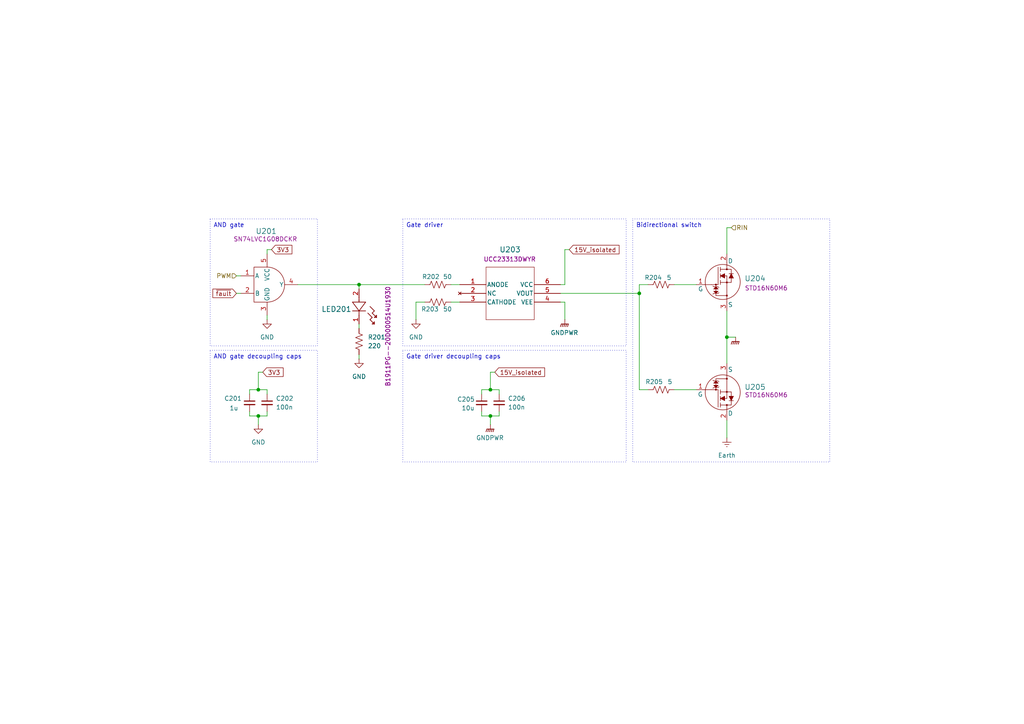
<source format=kicad_sch>
(kicad_sch (version 20231120) (generator "eeschema") (generator_version "8.0")
  (paper "A4")
  (title_block (title "Bidirectional Load Switch") (date "2024-10-29") (rev "0.2.0") (company "University of Wisconsin-Platteville") (comment 1 "Nicholas Loehrke"))
  (lib_symbols
    (symbol "Device:C_Small" (pin_numbers hide) (pin_names (offset 0.254) hide)
      (property "Reference" "C" (at 0.254 1.778 0))
      (property "Value" "C_Small" (at 0.254 -2.032 0))
      (symbol "C_Small_0_1"
        (polyline (pts (xy -1.524 -0.508) (xy 1.524 -0.508)) (stroke (width 0.3302)))
        (polyline (pts (xy -1.524 0.508) (xy 1.524 0.508)) (stroke (width 0.3048)))
      )
      (symbol "C_Small_1_1"
        (pin passive line (at 0 2.54 270) (length 2.032) (name "~") (number "1"))
        (pin passive line (at 0 -2.54 90) (length 2.032) (name "~") (number "2"))
      )
    )
    (symbol "Device:R_US" (pin_numbers hide) (pin_names (offset 0))
      (property "Reference" "R" (at 2.54 0 90))
      (property "Value" "R_US" (at -2.54 0 90))
      (symbol "R_US_0_1"
        (polyline (pts (xy 0 -2.286) (xy 0 -2.54)))
        (polyline (pts (xy 0 2.286) (xy 0 2.54)))
        (polyline (pts (xy 0 -0.762) (xy 1.016 -1.143) (xy 0 -1.524) (xy -1.016 -1.905) (xy 0 -2.286)))
        (polyline (pts (xy 0 0.762) (xy 1.016 0.381) (xy 0 0) (xy -1.016 -0.381) (xy 0 -0.762)))
        (polyline (pts (xy 0 2.286) (xy 1.016 1.905) (xy 0 1.524) (xy -1.016 1.143) (xy 0 0.762)))
      )
      (symbol "R_US_1_1"
        (pin passive line (at 0 3.81 270) (length 1.27) (name "~") (number "1"))
        (pin passive line (at 0 -3.81 90) (length 1.27) (name "~") (number "2"))
      )
    )
    (symbol "STD16N60M6_1" (pin_names (offset 0.254))
      (property "Reference" "U207" (at 11.43 -3.3022 0))
      (property "Value" "STD16N60M6" (at 11.43 -0.7622 0))
      (symbol "STD16N60M6_1_0_1"
        (polyline (pts (xy 1.905 -2.54) (xy 3.81 -2.54)))
        (polyline (pts (xy 3.81 -2.54) (xy 3.81 2.54)))
        (polyline (pts (xy 4.445 -2.54) (xy 4.445 -1.27)))
        (polyline (pts (xy 4.445 -1.905) (xy 6.35 -1.905)))
        (polyline (pts (xy 4.445 -0.635) (xy 4.445 0.635)))
        (polyline (pts (xy 4.445 1.27) (xy 4.445 2.54)))
        (polyline (pts (xy 4.445 1.905) (xy 6.35 1.905)))
        (polyline (pts (xy 5.715 0) (xy 6.35 0)))
        (polyline (pts (xy 6.35 -7.62) (xy 6.35 -5.715)))
        (polyline (pts (xy 6.35 -5.715) (xy 3.175 -5.715)))
        (polyline (pts (xy 6.35 -5.715) (xy 6.35 -1.905)))
        (polyline (pts (xy 6.35 -1.905) (xy 6.35 0)))
        (polyline (pts (xy 6.35 -1.905) (xy 7.62 -1.905)))
        (polyline (pts (xy 6.35 1.905) (xy 7.62 1.905)))
        (polyline (pts (xy 6.35 3.81) (xy 6.35 1.905)))
        (polyline (pts (xy 7.62 -1.905) (xy 7.62 -0.635)))
        (polyline (pts (xy 7.62 0.635) (xy 7.62 1.905)))
        (polyline (pts (xy 8.255 0.635) (xy 6.985 0.635)))
        (polyline (pts (xy 2.54 -4.445) (xy 3.175 -5.08) (xy 3.81 -4.445)) (fill (type outline)))
        (polyline (pts (xy 3.81 -3.81) (xy 3.175 -3.175) (xy 2.54 -3.81)) (fill (type outline)))
        (polyline (pts (xy 5.715 0.635) (xy 4.445 0) (xy 5.715 -0.635)) (fill (type outline)))
        (polyline (pts (xy 8.255 -0.635) (xy 7.62 0.635) (xy 6.985 -0.635)) (fill (type outline)))
        (circle (center 3.175 -2.54) (radius 0.0254))
        (circle (center 3.175 -2.54) (radius 0.1898) (fill (type outline)))
        (circle (center 5.1477 -1.7729) (radius 5.08))
        (circle (center 6.35 -5.715) (radius 0.1898) (fill (type outline)))
        (circle (center 6.35 -1.905) (radius 0.0254))
        (circle (center 6.35 -1.905) (radius 0.1898) (fill (type outline)))
        (circle (center 6.35 1.905) (radius 0.0254))
        (circle (center 6.35 1.905) (radius 0.1898) (fill (type outline)))
      )
      (symbol "STD16N60M6_1_1_1"
        (polyline (pts (xy 1.905 -2.54) (xy 0 -2.54)))
        (polyline (pts (xy 2.54 -4.445) (xy 3.81 -4.445)) (fill (type outline)))
        (polyline (pts (xy 3.175 -5.08) (xy 3.175 -5.715)))
        (polyline (pts (xy 3.175 -3.81) (xy 3.175 -4.445)))
        (polyline (pts (xy 3.175 -3.175) (xy 3.175 -2.54)))
        (polyline (pts (xy 3.81 -3.81) (xy 2.54 -3.81)) (fill (type outline)))
        (polyline (pts (xy 5.715 0.635) (xy 5.715 -0.635)) (fill (type outline)))
        (polyline (pts (xy 8.255 -0.635) (xy 6.985 -0.635)) (fill (type outline)))
        (polyline (pts (xy 3.175 -5.08) (xy 2.54 -5.08) (xy 2.2964 -5.313)))
        (polyline (pts (xy 3.175 -5.08) (xy 3.81 -5.08) (xy 4.0536 -4.847)))
        (polyline (pts (xy 3.175 -3.175) (xy 2.54 -3.175) (xy 2.2964 -2.942)))
        (polyline (pts (xy 3.175 -3.175) (xy 3.81 -3.175) (xy 4.0536 -3.408)))
        (text "D" (at 7.366 4.318 0) (effects (font (size 1.27 1.27))))
        (text "G" (at -1.3562 -1.1897 0) (effects (font (size 1.27 1.27))))
        (text "S" (at 7.366 -8.382 0) (effects (font (size 1.27 1.27))))
        (pin input line (at -2.54 -2.54 0) (length 2.54) (name "") (number "1"))
        (pin passive line (at 6.35 6.35 270) (length 2.54) (name "") (number "2"))
        (pin passive line (at 6.35 -10.16 90) (length 2.54) (name "") (number "3"))
      )
    )
    (symbol "and_gate_SN74LVC1G08DCKR:SN74LVC1G08DCKR" (pin_names (offset 0.254))
      (property "Reference" "U" (at 5.08 6.604 0))
      (property "Value" "SN74LVC1G08DCKR" (at 15.24 4.318 0))
      (symbol "SN74LVC1G08DCKR_0_1"
        (arc (start 0 -5.08) (mid 5.08 0) (end 0 5.08))
        (polyline (pts (xy 0 5.08) (xy -3.81 5.08) (xy -3.81 -5.08) (xy 0 -5.08)))
        (pin input line (at -7.62 2.54 0) (length 3.81) (name "A") (number "1"))
        (pin input line (at -7.62 -2.54 0) (length 3.81) (name "B") (number "2"))
        (pin power_in line (at 0 -8.89 90) (length 3.81) (name "GND") (number "3"))
        (pin output line (at 8.89 0 180) (length 3.81) (name "Y") (number "4"))
        (pin power_in line (at 0 8.89 270) (length 3.81) (name "VCC") (number "5"))
      )
    )
    (symbol "gate_driver_UCC23313DWYR:UCC23313DWYR" (pin_names (offset 0.254))
      (property "Reference" "U" (at 22.86 10.16 0))
      (property "Value" "UCC23313DWYR" (at 22.86 7.62 0))
      (symbol "UCC23313DWYR_0_1"
        (polyline (pts (xy 7.62 -10.16) (xy 21.59 -10.16)) (stroke (width 0.127)))
        (polyline (pts (xy 7.62 5.08) (xy 7.62 -10.16)) (stroke (width 0.127)))
        (polyline (pts (xy 21.59 -10.16) (xy 21.59 5.08)) (stroke (width 0.127)))
        (polyline (pts (xy 21.59 5.08) (xy 7.62 5.08)) (stroke (width 0.127)))
        (pin input line (at 0 0 0) (length 7.62) (name "ANODE") (number "1"))
        (pin no_connect line (at 0 -2.54 0) (length 7.62) (name "NC") (number "2"))
        (pin input line (at 0 -5.08 0) (length 7.62) (name "CATHODE") (number "3"))
        (pin power_in line (at 29.21 -5.08 180) (length 7.62) (name "VEE") (number "4"))
        (pin bidirectional line (at 29.21 -2.54 180) (length 7.62) (name "VOUT") (number "5"))
        (pin power_in line (at 29.21 0 180) (length 7.62) (name "VCC") (number "6"))
      )
    )
    (symbol "led_B1911PG--20D000514U1930:B1911PG--20D000514U1930" (pin_names (offset 0.254))
      (property "Reference" "LED" (at 5.08 -4.445 0))
      (property "Value" "B1911PG--20D000514U1930" (at 5.08 -7.62 0))
      (symbol "B1911PG--20D000514U1930_1_1"
        (polyline (pts (xy 2.54 0) (xy 3.4798 0)) (stroke (width 0.2032)))
        (polyline (pts (xy 3.175 0) (xy 3.81 0)) (stroke (width 0.2032)))
        (polyline (pts (xy 3.81 -1.905) (xy 6.35 0)) (stroke (width 0.2032)))
        (polyline (pts (xy 3.81 1.905) (xy 3.81 -1.905)) (stroke (width 0.2032)))
        (polyline (pts (xy 5.08 3.175) (xy 6.35 4.445)) (stroke (width 0.2032)))
        (polyline (pts (xy 6.35 -1.905) (xy 6.35 1.905)) (stroke (width 0.2032)))
        (polyline (pts (xy 6.35 0) (xy 3.81 1.905)) (stroke (width 0.2032)))
        (polyline (pts (xy 6.35 0) (xy 7.62 0)) (stroke (width 0.2032)))
        (polyline (pts (xy 6.35 4.445) (xy 6.985 3.81)) (stroke (width 0.2032)))
        (polyline (pts (xy 6.985 2.54) (xy 8.255 3.81)) (stroke (width 0.2032)))
        (polyline (pts (xy 6.985 3.81) (xy 8.255 5.08)) (stroke (width 0.2032)))
        (polyline (pts (xy 7.62 5.08) (xy 8.255 4.445)) (stroke (width 0.2032)))
        (polyline (pts (xy 8.255 3.81) (xy 8.89 3.175)) (stroke (width 0.2032)))
        (polyline (pts (xy 8.255 4.445) (xy 8.255 5.08)) (stroke (width 0.2032)))
        (polyline (pts (xy 8.255 5.08) (xy 7.62 5.08)) (stroke (width 0.2032)))
        (polyline (pts (xy 8.89 3.175) (xy 10.16 4.445)) (stroke (width 0.2032)))
        (polyline (pts (xy 9.525 4.445) (xy 10.16 3.81)) (stroke (width 0.2032)))
        (polyline (pts (xy 10.16 3.81) (xy 10.16 4.445)) (stroke (width 0.2032)))
        (polyline (pts (xy 10.16 4.445) (xy 9.525 4.445)) (stroke (width 0.2032)))
        (pin unspecified line (at 10.16 0 180) (length 2.54) (name "") (number "1"))
        (pin unspecified line (at 0 0 0) (length 2.54) (name "") (number "2"))
      )
      (symbol "B1911PG--20D000514U1930_1_2"
        (polyline (pts (xy -5.08 7.62) (xy -4.445 8.255)) (stroke (width 0.2032)))
        (polyline (pts (xy -5.08 8.255) (xy -5.08 7.62)) (stroke (width 0.2032)))
        (polyline (pts (xy -4.445 6.35) (xy -3.81 6.985)) (stroke (width 0.2032)))
        (polyline (pts (xy -4.445 8.255) (xy -5.08 8.255)) (stroke (width 0.2032)))
        (polyline (pts (xy -4.445 9.525) (xy -3.81 10.16)) (stroke (width 0.2032)))
        (polyline (pts (xy -4.445 10.16) (xy -4.445 9.525)) (stroke (width 0.2032)))
        (polyline (pts (xy -3.81 6.985) (xy -5.08 8.255)) (stroke (width 0.2032)))
        (polyline (pts (xy -3.81 8.255) (xy -3.175 8.89)) (stroke (width 0.2032)))
        (polyline (pts (xy -3.81 10.16) (xy -4.445 10.16)) (stroke (width 0.2032)))
        (polyline (pts (xy -3.175 5.08) (xy -4.445 6.35)) (stroke (width 0.2032)))
        (polyline (pts (xy -3.175 8.89) (xy -4.445 10.16)) (stroke (width 0.2032)))
        (polyline (pts (xy -2.54 6.985) (xy -3.81 8.255)) (stroke (width 0.2032)))
        (polyline (pts (xy -1.905 3.81) (xy 1.905 3.81)) (stroke (width 0.2032)))
        (polyline (pts (xy 0 2.54) (xy 0 3.4798)) (stroke (width 0.2032)))
        (polyline (pts (xy 0 3.175) (xy 0 3.81)) (stroke (width 0.2032)))
        (polyline (pts (xy 0 6.35) (xy -1.905 3.81)) (stroke (width 0.2032)))
        (polyline (pts (xy 0 6.35) (xy 0 7.62)) (stroke (width 0.2032)))
        (polyline (pts (xy 1.905 3.81) (xy 0 6.35)) (stroke (width 0.2032)))
        (polyline (pts (xy 1.905 6.35) (xy -1.905 6.35)) (stroke (width 0.2032)))
        (pin unspecified line (at 0 10.16 270) (length 2.54) (name "") (number "1"))
        (pin unspecified line (at 0 0 90) (length 2.54) (name "") (number "2"))
      )
    )
    (symbol "mosfet_STD16N60M6:STD16N60M6" (pin_names (offset 0.254))
      (property "Reference" "U" (at 13.716 17.78 0))
      (property "Value" "STD16N60M6" (at 13.716 15.24 0))
      (symbol "STD16N60M6_0_1"
        (polyline (pts (xy 1.905 -2.54) (xy 3.81 -2.54)))
        (polyline (pts (xy 3.81 -2.54) (xy 3.81 2.54)))
        (polyline (pts (xy 4.445 -2.54) (xy 4.445 -1.27)))
        (polyline (pts (xy 4.445 -1.905) (xy 6.35 -1.905)))
        (polyline (pts (xy 4.445 -0.635) (xy 4.445 0.635)))
        (polyline (pts (xy 4.445 1.27) (xy 4.445 2.54)))
        (polyline (pts (xy 4.445 1.905) (xy 6.35 1.905)))
        (polyline (pts (xy 5.715 0) (xy 6.35 0)))
        (polyline (pts (xy 6.35 -7.62) (xy 6.35 -5.715)))
        (polyline (pts (xy 6.35 -5.715) (xy 3.175 -5.715)))
        (polyline (pts (xy 6.35 -5.715) (xy 6.35 -1.905)))
        (polyline (pts (xy 6.35 -1.905) (xy 6.35 0)))
        (polyline (pts (xy 6.35 -1.905) (xy 7.62 -1.905)))
        (polyline (pts (xy 6.35 1.905) (xy 7.62 1.905)))
        (polyline (pts (xy 6.35 3.81) (xy 6.35 1.905)))
        (polyline (pts (xy 7.62 -1.905) (xy 7.62 -0.635)))
        (polyline (pts (xy 7.62 0.635) (xy 7.62 1.905)))
        (polyline (pts (xy 8.255 0.635) (xy 6.985 0.635)))
        (polyline (pts (xy 2.54 -4.445) (xy 3.175 -5.08) (xy 3.81 -4.445)) (fill (type outline)))
        (polyline (pts (xy 3.81 -3.81) (xy 3.175 -3.175) (xy 2.54 -3.81)) (fill (type outline)))
        (polyline (pts (xy 5.715 0.635) (xy 4.445 0) (xy 5.715 -0.635)) (fill (type outline)))
        (polyline (pts (xy 8.255 -0.635) (xy 7.62 0.635) (xy 6.985 -0.635)) (fill (type outline)))
        (circle (center 3.175 -2.54) (radius 0.0254))
        (circle (center 3.175 -2.54) (radius 0.1898) (fill (type outline)))
        (circle (center 5.1477 -1.7729) (radius 5.08))
        (circle (center 6.35 -5.715) (radius 0.1898) (fill (type outline)))
        (circle (center 6.35 -1.905) (radius 0.0254))
        (circle (center 6.35 -1.905) (radius 0.1898) (fill (type outline)))
        (circle (center 6.35 1.905) (radius 0.0254))
        (circle (center 6.35 1.905) (radius 0.1898) (fill (type outline)))
      )
      (symbol "STD16N60M6_1_1"
        (polyline (pts (xy 1.905 -2.54) (xy 0 -2.54)))
        (polyline (pts (xy 2.54 -4.445) (xy 3.81 -4.445)) (fill (type outline)))
        (polyline (pts (xy 3.175 -5.08) (xy 3.175 -5.715)))
        (polyline (pts (xy 3.175 -3.81) (xy 3.175 -4.445)))
        (polyline (pts (xy 3.175 -3.175) (xy 3.175 -2.54)))
        (polyline (pts (xy 3.81 -3.81) (xy 2.54 -3.81)) (fill (type outline)))
        (polyline (pts (xy 5.715 0.635) (xy 5.715 -0.635)) (fill (type outline)))
        (polyline (pts (xy 8.255 -0.635) (xy 6.985 -0.635)) (fill (type outline)))
        (polyline (pts (xy 3.175 -5.08) (xy 2.54 -5.08) (xy 2.2964 -5.313)))
        (polyline (pts (xy 3.175 -5.08) (xy 3.81 -5.08) (xy 4.0536 -4.847)))
        (polyline (pts (xy 3.175 -3.175) (xy 2.54 -3.175) (xy 2.2964 -2.942)))
        (polyline (pts (xy 3.175 -3.175) (xy 3.81 -3.175) (xy 4.0536 -3.408)))
        (text "D" (at 7.366 4.318 0) (effects (font (size 1.27 1.27))))
        (text "G" (at -1.27 -3.81 0) (effects (font (size 1.27 1.27))))
        (text "S" (at 7.366 -8.382 0) (effects (font (size 1.27 1.27))))
        (pin input line (at -2.54 -2.54 0) (length 2.54) (name "") (number "1"))
        (pin passive line (at 6.35 6.35 270) (length 2.54) (name "") (number "2"))
        (pin passive line (at 6.35 -10.16 90) (length 2.54) (name "") (number "3"))
      )
    )
    (symbol "power:Earth" (power) (pin_numbers hide) (pin_names (offset 0) hide)
      (property "Value" "Earth" (at 0 -3.81 0))
      (symbol "Earth_0_1"
        (polyline (pts (xy -0.635 -1.905) (xy 0.635 -1.905)))
        (polyline (pts (xy -0.127 -2.54) (xy 0.127 -2.54)))
        (polyline (pts (xy 0 -1.27) (xy 0 0)))
        (polyline (pts (xy 1.27 -1.27) (xy -1.27 -1.27)))
      )
      (symbol "Earth_1_1"
        (pin power_in line (at 0 0 270) (length 0) (name "~") (number "1"))
      )
    )
    (symbol "power:GND" (power) (pin_numbers hide) (pin_names (offset 0) hide)
      (property "Value" "GND" (at 0 -3.81 0))
      (symbol "GND_0_1"
        (polyline (pts (xy 0 0) (xy 0 -1.27) (xy 1.27 -1.27) (xy 0 -2.54) (xy -1.27 -1.27) (xy 0 -1.27)))
      )
      (symbol "GND_1_1"
        (pin power_in line (at 0 0 270) (length 0) (name "~") (number "1"))
      )
    )
    (symbol "power:GNDPWR" (power) (pin_numbers hide) (pin_names (offset 0) hide)
      (property "Value" "GNDPWR" (at 0 -3.302 0))
      (symbol "GNDPWR_0_1"
        (polyline (pts (xy 0 -1.27) (xy 0 0)))
        (polyline (pts (xy -1.016 -1.27) (xy -1.27 -2.032) (xy -1.27 -2.032)) (stroke (width 0.2032)))
        (polyline (pts (xy -0.508 -1.27) (xy -0.762 -2.032) (xy -0.762 -2.032)) (stroke (width 0.2032)))
        (polyline (pts (xy 0 -1.27) (xy -0.254 -2.032) (xy -0.254 -2.032)) (stroke (width 0.2032)))
        (polyline (pts (xy 0.508 -1.27) (xy 0.254 -2.032) (xy 0.254 -2.032)) (stroke (width 0.2032)))
        (polyline (pts (xy 1.016 -1.27) (xy -1.016 -1.27) (xy -1.016 -1.27)) (stroke (width 0.2032)))
        (polyline (pts (xy 1.016 -1.27) (xy 0.762 -2.032) (xy 0.762 -2.032) (xy 0.762 -2.032)) (stroke (width 0.2032)))
      )
      (symbol "GNDPWR_1_1"
        (pin power_in line (at 0 0 270) (length 0) (name "~") (number "1"))
      )
    )
  )
  (junction (at 185.42 85.09))
  (junction (at 104.14 82.55))
  (junction (at 142.24 113.03))
  (junction (at 210.82 97.79))
  (junction (at 74.93 113.03))
  (junction (at 74.93 120.65))
  (junction (at 142.24 120.65))
  (wire (pts (xy 72.39 114.3) (xy 72.39 113.03)))
  (wire (pts (xy 163.83 72.39) (xy 163.83 82.55)))
  (wire (pts (xy 210.82 121.92) (xy 210.82 127)))
  (wire (pts (xy 78.74 72.39) (xy 77.47 72.39)))
  (wire (pts (xy 162.56 85.09) (xy 185.42 85.09)))
  (wire (pts (xy 187.96 82.55) (xy 185.42 82.55)))
  (wire (pts (xy 210.82 66.04) (xy 210.82 73.66)))
  (wire (pts (xy 185.42 113.03) (xy 187.96 113.03)))
  (wire (pts (xy 139.7 114.3) (xy 139.7 113.03)))
  (wire (pts (xy 77.47 72.39) (xy 77.47 73.66)))
  (wire (pts (xy 74.93 107.95) (xy 74.93 113.03)))
  (wire (pts (xy 185.42 85.09) (xy 185.42 113.03)))
  (wire (pts (xy 142.24 113.03) (xy 144.78 113.03)))
  (wire (pts (xy 212.09 66.04) (xy 210.82 66.04)))
  (wire (pts (xy 104.14 82.55) (xy 123.19 82.55)))
  (wire (pts (xy 74.93 113.03) (xy 77.47 113.03)))
  (wire (pts (xy 163.83 87.63) (xy 163.83 92.71)))
  (wire (pts (xy 86.36 82.55) (xy 104.14 82.55)))
  (wire (pts (xy 104.14 82.55) (xy 104.14 83.82)))
  (wire (pts (xy 130.81 87.63) (xy 133.35 87.63)))
  (wire (pts (xy 74.93 120.65) (xy 74.93 123.19)))
  (wire (pts (xy 195.58 82.55) (xy 201.93 82.55)))
  (wire (pts (xy 104.14 102.87) (xy 104.14 104.14)))
  (wire (pts (xy 120.65 87.63) (xy 123.19 87.63)))
  (wire (pts (xy 142.24 120.65) (xy 144.78 120.65)))
  (wire (pts (xy 139.7 113.03) (xy 142.24 113.03)))
  (wire (pts (xy 142.24 107.95) (xy 142.24 113.03)))
  (wire (pts (xy 77.47 120.65) (xy 77.47 119.38)))
  (wire (pts (xy 165.1 72.39) (xy 163.83 72.39)))
  (wire (pts (xy 139.7 120.65) (xy 142.24 120.65)))
  (wire (pts (xy 68.58 80.01) (xy 69.85 80.01)))
  (wire (pts (xy 77.47 91.44) (xy 77.47 92.71)))
  (wire (pts (xy 163.83 87.63) (xy 162.56 87.63)))
  (wire (pts (xy 104.14 93.98) (xy 104.14 95.25)))
  (wire (pts (xy 142.24 120.65) (xy 142.24 123.19)))
  (wire (pts (xy 143.51 107.95) (xy 142.24 107.95)))
  (wire (pts (xy 163.83 82.55) (xy 162.56 82.55)))
  (wire (pts (xy 185.42 82.55) (xy 185.42 85.09)))
  (wire (pts (xy 68.58 85.09) (xy 69.85 85.09)))
  (wire (pts (xy 139.7 119.38) (xy 139.7 120.65)))
  (wire (pts (xy 74.93 120.65) (xy 77.47 120.65)))
  (wire (pts (xy 144.78 113.03) (xy 144.78 114.3)))
  (wire (pts (xy 144.78 120.65) (xy 144.78 119.38)))
  (wire (pts (xy 210.82 97.79) (xy 210.82 105.41)))
  (wire (pts (xy 120.65 87.63) (xy 120.65 92.71)))
  (wire (pts (xy 210.82 97.79) (xy 213.36 97.79)))
  (wire (pts (xy 72.39 119.38) (xy 72.39 120.65)))
  (wire (pts (xy 210.82 90.17) (xy 210.82 97.79)))
  (wire (pts (xy 76.2 107.95) (xy 74.93 107.95)))
  (wire (pts (xy 72.39 120.65) (xy 74.93 120.65)))
  (wire (pts (xy 195.58 113.03) (xy 201.93 113.03)))
  (wire (pts (xy 72.39 113.03) (xy 74.93 113.03)))
  (wire (pts (xy 130.81 82.55) (xy 133.35 82.55)))
  (wire (pts (xy 77.47 113.03) (xy 77.47 114.3)))
  (text_box "Gate driver" (at 116.84 63.5 0) (size 64.77 36.83) (stroke (width 0) (type dot)) (effects (font (size 1.27 1.27)) (justify left top)))
  (text_box "Bidirectional switch" (at 183.515 63.5 0) (size 57.15 70.485) (stroke (width 0) (type dot)) (effects (font (size 1.27 1.27)) (justify left top)))
  (text_box "Gate driver decoupling caps" (at 116.84 101.6 0) (size 64.77 32.385) (stroke (width 0) (type dot)) (effects (font (size 1.27 1.27)) (justify left top)))
  (text_box "AND gate decoupling caps" (at 60.96 101.6 0) (size 31.115 32.385) (stroke (width 0) (type dot)) (effects (font (size 1.27 1.27)) (justify left top)))
  (text_box "AND gate" (at 60.96 63.5 0) (size 31.115 36.83) (stroke (width 0) (type dot)) (effects (font (size 1.27 1.27)) (justify left top)))
  (global_label "3V3" (shape input) (at 76.2 107.95 0) (property "Intersheetrefs" "${INTERSHEET_REFS}" (effects (hide yes))))
  (global_label "15V_isolated" (shape input) (at 165.1 72.39 0) (property "Intersheetrefs" "${INTERSHEET_REFS}" (effects (hide yes))))
  (global_label "~{fault}" (shape input) (at 68.58 85.09 180) (property "Intersheetrefs" "${INTERSHEET_REFS}" (effects (hide yes))))
  (global_label "15V_isolated" (shape input) (at 143.51 107.95 0) (property "Intersheetrefs" "${INTERSHEET_REFS}" (effects (hide yes))))
  (global_label "3V3" (shape input) (at 78.74 72.39 0) (property "Intersheetrefs" "${INTERSHEET_REFS}" (effects (hide yes))))
  (hierarchical_label "PWM" (shape input) (at 68.58 80.01 180))
  (hierarchical_label "RIN" (shape input) (at 212.09 66.04 0))
  (symbol (lib_id "power:Earth") (at 210.82 127 0) (unit 1)
    (property "Reference" "#PWR0208" (effects (hide yes)))
    (property "Value" "Earth" (at 210.82 132.08 0))
    (property "Description" "Power symbol creates a global label with name \"Earth\"" (effects (hide yes)))
    (instances (project "bidirectional_load_switch" (path "" (reference "#PWR0208") (unit 1)) (path "" (reference "#PWR0808") (unit 1)) (path "" (reference "#PWR0908") (unit 1)) (path "" (reference "#PWR0508") (unit 1)) (path "" (reference "#PWR0608") (unit 1)) (path "" (reference "#PWR0708") (unit 1)) (path "" (reference "#PWR0408") (unit 1)) (path "" (reference "#PWR0308") (unit 1))))
  )
  (symbol (lib_id "Device:C_Small") (at 144.78 116.84 0) (unit 1)
    (property "Reference" "C206" (at 147.32 115.5762 0) (effects (justify left)))
    (property "Value" "100n" (at 147.32 118.1162 0) (effects (justify left)))
    (property "Footprint" "Capacitor_SMD:C_0603_1608Metric" (effects (hide yes)))
    (property "Description" "Unpolarized capacitor, small symbol" (effects (hide yes)))
    (instances (project "bidirectional_load_switch" (path "" (reference "C206") (unit 1)) (path "" (reference "C806") (unit 1)) (path "" (reference "C906") (unit 1)) (path "" (reference "C506") (unit 1)) (path "" (reference "C606") (unit 1)) (path "" (reference "C706") (unit 1)) (path "" (reference "C406") (unit 1)) (path "" (reference "C306") (unit 1))))
  )
  (symbol (lib_id "Device:R_US") (at 104.14 99.06 0) (unit 1)
    (property "Reference" "R201" (at 106.68 97.7899 0) (effects (justify left)))
    (property "Value" "220" (at 106.68 100.3299 0) (effects (justify left)))
    (property "Footprint" "Resistor_SMD:R_0603_1608Metric" (effects (hide yes)))
    (property "Description" "Resistor, US symbol" (effects (hide yes)))
    (instances (project "" (path "" (reference "R201") (unit 1)) (path "" (reference "R801") (unit 1)) (path "" (reference "R901") (unit 1)) (path "" (reference "R501") (unit 1)) (path "" (reference "R601") (unit 1)) (path "" (reference "R701") (unit 1)) (path "" (reference "R401") (unit 1)) (path "" (reference "R301") (unit 1))))
  )
  (symbol (lib_id "power:GND") (at 74.93 123.19 0) (unit 1)
    (property "Reference" "#PWR0201" (effects (hide yes)))
    (property "Value" "GND" (at 74.93 128.27 0))
    (property "Description" "Power symbol creates a global label with name \"GND\" , ground" (effects (hide yes)))
    (instances (project "bidirectional_load_switch" (path "" (reference "#PWR0201") (unit 1)) (path "" (reference "#PWR0801") (unit 1)) (path "" (reference "#PWR0901") (unit 1)) (path "" (reference "#PWR0501") (unit 1)) (path "" (reference "#PWR0601") (unit 1)) (path "" (reference "#PWR0701") (unit 1)) (path "" (reference "#PWR0401") (unit 1)) (path "" (reference "#PWR0301") (unit 1))))
  )
  (symbol (lib_id "power:GND") (at 77.47 92.71 0) (unit 1)
    (property "Reference" "#PWR0202" (effects (hide yes)))
    (property "Value" "GND" (at 77.47 97.79 0))
    (property "Description" "Power symbol creates a global label with name \"GND\" , ground" (effects (hide yes)))
    (instances (project "bidirectional_load_switch" (path "" (reference "#PWR0202") (unit 1)) (path "" (reference "#PWR0802") (unit 1)) (path "" (reference "#PWR0902") (unit 1)) (path "" (reference "#PWR0502") (unit 1)) (path "" (reference "#PWR0602") (unit 1)) (path "" (reference "#PWR0702") (unit 1)) (path "" (reference "#PWR0402") (unit 1)) (path "" (reference "#PWR0302") (unit 1))))
  )
  (symbol (lib_id "power:GNDPWR") (at 213.36 97.79 0) (unit 1)
    (property "Reference" "#PWR0209" (effects (hide yes)))
    (property "Value" "GNDPWR" (effects (hide yes)))
    (property "Description" "Power symbol creates a global label with name \"GNDPWR\" , global ground" (effects (hide yes)))
    (instances (project "bidirectional_load_switch" (path "" (reference "#PWR0209") (unit 1)) (path "" (reference "#PWR0809") (unit 1)) (path "" (reference "#PWR0909") (unit 1)) (path "" (reference "#PWR0509") (unit 1)) (path "" (reference "#PWR0609") (unit 1)) (path "" (reference "#PWR0709") (unit 1)) (path "" (reference "#PWR0409") (unit 1)) (path "" (reference "#PWR0309") (unit 1))))
  )
  (symbol (lib_id "power:GNDPWR") (at 142.24 123.19 0) (unit 1)
    (property "Reference" "#PWR0206" (effects (hide yes)))
    (property "Value" "GNDPWR" (at 142.113 127 0))
    (property "Description" "Power symbol creates a global label with name \"GNDPWR\" , global ground" (effects (hide yes)))
    (instances (project "bidirectional_load_switch" (path "" (reference "#PWR0206") (unit 1)) (path "" (reference "#PWR0806") (unit 1)) (path "" (reference "#PWR0906") (unit 1)) (path "" (reference "#PWR0506") (unit 1)) (path "" (reference "#PWR0606") (unit 1)) (path "" (reference "#PWR0706") (unit 1)) (path "" (reference "#PWR0406") (unit 1)) (path "" (reference "#PWR0306") (unit 1))))
  )
  (symbol (lib_id "Device:C_Small") (at 77.47 116.84 0) (unit 1)
    (property "Reference" "C202" (at 80.01 115.5762 0) (effects (justify left)))
    (property "Value" "100n" (at 80.01 118.1162 0) (effects (justify left)))
    (property "Footprint" "Capacitor_SMD:C_0603_1608Metric" (effects (hide yes)))
    (property "Description" "Unpolarized capacitor, small symbol" (effects (hide yes)))
    (instances (project "bidirectional_load_switch" (path "" (reference "C202") (unit 1)) (path "" (reference "C802") (unit 1)) (path "" (reference "C902") (unit 1)) (path "" (reference "C502") (unit 1)) (path "" (reference "C602") (unit 1)) (path "" (reference "C702") (unit 1)) (path "" (reference "C402") (unit 1)) (path "" (reference "C302") (unit 1))))
  )
  (symbol (lib_id "Device:C_Small") (at 139.7 116.84 0) (unit 1)
    (property "Reference" "C205" (at 132.588 115.824 0) (effects (justify left)))
    (property "Value" "10u" (at 133.858 118.364 0) (effects (justify left)))
    (property "Footprint" "Capacitor_SMD:C_1206_3216Metric" (effects (hide yes)))
    (property "Description" "Unpolarized capacitor, small symbol" (effects (hide yes)))
    (instances (project "bidirectional_load_switch" (path "" (reference "C205") (unit 1)) (path "" (reference "C805") (unit 1)) (path "" (reference "C905") (unit 1)) (path "" (reference "C505") (unit 1)) (path "" (reference "C605") (unit 1)) (path "" (reference "C705") (unit 1)) (path "" (reference "C405") (unit 1)) (path "" (reference "C305") (unit 1))))
  )
  (symbol (lib_id "power:GND") (at 104.14 104.14 0) (unit 1)
    (property "Reference" "#PWR0203" (effects (hide yes)))
    (property "Value" "GND" (at 104.14 109.22 0))
    (property "Description" "Power symbol creates a global label with name \"GND\" , ground" (effects (hide yes)))
    (instances (project "bidirectional_load_switch" (path "" (reference "#PWR0203") (unit 1)) (path "" (reference "#PWR0803") (unit 1)) (path "" (reference "#PWR0903") (unit 1)) (path "" (reference "#PWR0503") (unit 1)) (path "" (reference "#PWR0603") (unit 1)) (path "" (reference "#PWR0703") (unit 1)) (path "" (reference "#PWR0403") (unit 1)) (path "" (reference "#PWR0303") (unit 1))))
  )
  (symbol (lib_id "mosfet_STD16N60M6:STD16N60M6") (at 204.47 80.01 0) (unit 1)
    (property "Reference" "U204" (at 215.9 80.7719 0) (effects (font (size 1.524 1.524)) (justify left)))
    (property "Footprint" "mosfet_STD16N60M6:DPAKTO-252_STM" (effects (hide yes)))
    (property "Datasheet" "https://www.st.com/resource/en/datasheet/std16n60m6.pdf" (effects (hide yes)))
    (property "MPN" "STD16N60M6" (at 222.25 83.566 0))
    (instances (project "" (path "" (reference "U204") (unit 1)) (path "" (reference "U804") (unit 1)) (path "" (reference "U904") (unit 1)) (path "" (reference "U504") (unit 1)) (path "" (reference "U604") (unit 1)) (path "" (reference "U704") (unit 1)) (path "" (reference "U404") (unit 1)) (path "" (reference "U304") (unit 1))))
  )
  (symbol (lib_name "STD16N60M6_1") (lib_id "mosfet_STD16N60M6:STD16N60M6") (at 204.47 115.57 0) (mirror x) (unit 1)
    (property "Reference" "U205" (at 215.9 112.2678 0) (effects (font (size 1.524 1.524)) (justify left)))
    (property "Footprint" "mosfet_STD16N60M6:DPAKTO-252_STM" (effects (hide yes)))
    (property "Datasheet" "https://www.st.com/resource/en/datasheet/std16n60m6.pdf" (effects (hide yes)))
    (property "MPN" "STD16N60M6" (at 222.25 114.554 0))
    (instances (project "" (path "" (reference "U205") (unit 1)) (path "" (reference "U805") (unit 1)) (path "" (reference "U905") (unit 1)) (path "" (reference "U505") (unit 1)) (path "" (reference "U605") (unit 1)) (path "" (reference "U705") (unit 1)) (path "" (reference "U405") (unit 1)) (path "" (reference "U305") (unit 1))))
  )
  (symbol (lib_id "gate_driver_UCC23313DWYR:UCC23313DWYR") (at 133.35 82.55 0) (unit 1)
    (property "Reference" "U203" (at 147.955 72.39 0) (effects (font (size 1.524 1.524))))
    (property "Footprint" "gate_driver_UCC23313DWYR:SOIC6_DWY_TEX" (effects (hide yes)))
    (property "Datasheet" "https://www.ti.com/general/docs/suppproductinfo.tsp?distId=10&gotoUrl=https%3A%2F%2Fwww.ti.com%2Flit%2Fgpn%2Fucc23313" (effects (hide yes)))
    (property "MPN" "UCC23313DWYR" (at 147.828 75.184 0))
    (instances (project "" (path "" (reference "U203") (unit 1)) (path "" (reference "U803") (unit 1)) (path "" (reference "U903") (unit 1)) (path "" (reference "U503") (unit 1)) (path "" (reference "U603") (unit 1)) (path "" (reference "U703") (unit 1)) (path "" (reference "U403") (unit 1)) (path "" (reference "U303") (unit 1))))
  )
  (symbol (lib_id "power:GNDPWR") (at 163.83 92.71 0) (unit 1)
    (property "Reference" "#PWR0207" (effects (hide yes)))
    (property "Value" "GNDPWR" (at 163.703 96.52 0))
    (property "Description" "Power symbol creates a global label with name \"GNDPWR\" , global ground" (effects (hide yes)))
    (instances (project "bidirectional_load_switch" (path "" (reference "#PWR0207") (unit 1)) (path "" (reference "#PWR0807") (unit 1)) (path "" (reference "#PWR0907") (unit 1)) (path "" (reference "#PWR0507") (unit 1)) (path "" (reference "#PWR0607") (unit 1)) (path "" (reference "#PWR0707") (unit 1)) (path "" (reference "#PWR0407") (unit 1)) (path "" (reference "#PWR0307") (unit 1))))
  )
  (symbol (lib_id "Device:R_US") (at 191.77 82.55 90) (unit 1)
    (property "Reference" "R204" (at 189.484 80.518 90))
    (property "Value" "5" (at 194.056 80.518 90))
    (property "Footprint" "Resistor_SMD:R_0805_2012Metric" (effects (hide yes)))
    (property "Description" "Resistor, US symbol" (effects (hide yes)))
    (instances (project "bidirectional_load_switch" (path "" (reference "R204") (unit 1)) (path "" (reference "R804") (unit 1)) (path "" (reference "R904") (unit 1)) (path "" (reference "R504") (unit 1)) (path "" (reference "R604") (unit 1)) (path "" (reference "R704") (unit 1)) (path "" (reference "R404") (unit 1)) (path "" (reference "R304") (unit 1))))
  )
  (symbol (lib_id "led_B1911PG--20D000514U1930:B1911PG--20D000514U1930") (at 104.14 83.82 270) (unit 1)
    (property "Reference" "LED201" (at 93.218 89.662 90) (effects (font (size 1.524 1.524)) (justify left)))
    (property "Footprint" "led_B1911PG--20D000514U1930:LED_B1911PG--20D000514U1930_HVK" (effects (hide yes)))
    (property "Datasheet" "https://mm.digikey.com/Volume0/opasdata/d220001/medias/docus/3777/B1911PG--20D000514U1930.pdf" (effects (hide yes)))
    (property "Sim.Device" "D" (effects (hide yes)))
    (property "Sim.Pins" "1=A 2=K" (effects (hide yes)))
    (property "MPN" "B1911PG--20D000514U1930" (at 112.522 97.536 0))
    (instances (project "" (path "" (reference "LED201") (unit 1)) (path "" (reference "LED801") (unit 1)) (path "" (reference "LED901") (unit 1)) (path "" (reference "LED501") (unit 1)) (path "" (reference "LED601") (unit 1)) (path "" (reference "LED701") (unit 1)) (path "" (reference "LED401") (unit 1)) (path "" (reference "LED301") (unit 1))))
  )
  (symbol (lib_id "and_gate_SN74LVC1G08DCKR:SN74LVC1G08DCKR") (at 77.47 82.55 0) (unit 1)
    (property "Reference" "U201" (at 77.216 67.056 0) (effects (font (size 1.524 1.524))))
    (property "Footprint" "and_gate_SN74LVC1G08DCKR:DCK5" (effects (hide yes)))
    (property "Datasheet" "https://www.ti.com/general/docs/suppproductinfo.tsp?distId=10&gotoUrl=https%3A%2F%2Fwww.ti.com%2Flit%2Fgpn%2Fsn74lvc1g08" (effects (hide yes)))
    (property "MPN" "SN74LVC1G08DCKR" (at 76.962 69.342 0))
    (instances (project "" (path "" (reference "U201") (unit 1)) (path "" (reference "U801") (unit 1)) (path "" (reference "U901") (unit 1)) (path "" (reference "U501") (unit 1)) (path "" (reference "U601") (unit 1)) (path "" (reference "U701") (unit 1)) (path "" (reference "U401") (unit 1)) (path "" (reference "U301") (unit 1))))
  )
  (symbol (lib_id "power:GND") (at 120.65 92.71 0) (unit 1)
    (property "Reference" "#PWR0205" (effects (hide yes)))
    (property "Value" "GND" (at 120.65 97.79 0))
    (property "Description" "Power symbol creates a global label with name \"GND\" , ground" (effects (hide yes)))
    (instances (project "bidirectional_load_switch" (path "" (reference "#PWR0205") (unit 1)) (path "" (reference "#PWR0805") (unit 1)) (path "" (reference "#PWR0905") (unit 1)) (path "" (reference "#PWR0505") (unit 1)) (path "" (reference "#PWR0605") (unit 1)) (path "" (reference "#PWR0705") (unit 1)) (path "" (reference "#PWR0405") (unit 1)) (path "" (reference "#PWR0305") (unit 1))))
  )
  (symbol (lib_id "Device:R_US") (at 127 87.63 90) (unit 1)
    (property "Reference" "R203" (at 124.714 89.662 90))
    (property "Value" "50" (at 129.794 89.662 90))
    (property "Footprint" "Resistor_SMD:R_0603_1608Metric" (effects (hide yes)))
    (property "Description" "Resistor, US symbol" (effects (hide yes)))
    (instances (project "bidirectional_load_switch" (path "" (reference "R203") (unit 1)) (path "" (reference "R803") (unit 1)) (path "" (reference "R903") (unit 1)) (path "" (reference "R503") (unit 1)) (path "" (reference "R603") (unit 1)) (path "" (reference "R703") (unit 1)) (path "" (reference "R403") (unit 1)) (path "" (reference "R303") (unit 1))))
  )
  (symbol (lib_id "Device:R_US") (at 191.77 113.03 90) (unit 1)
    (property "Reference" "R205" (at 189.738 110.744 90))
    (property "Value" "5" (at 194.31 110.744 90))
    (property "Footprint" "Resistor_SMD:R_0805_2012Metric" (effects (hide yes)))
    (property "Description" "Resistor, US symbol" (effects (hide yes)))
    (instances (project "bidirectional_load_switch" (path "" (reference "R205") (unit 1)) (path "" (reference "R805") (unit 1)) (path "" (reference "R905") (unit 1)) (path "" (reference "R505") (unit 1)) (path "" (reference "R605") (unit 1)) (path "" (reference "R705") (unit 1)) (path "" (reference "R405") (unit 1)) (path "" (reference "R305") (unit 1))))
  )
  (symbol (lib_id "Device:C_Small") (at 72.39 116.84 0) (unit 1)
    (property "Reference" "C201" (at 65.024 115.57 0) (effects (justify left)))
    (property "Value" "1u" (at 66.548 118.364 0) (effects (justify left)))
    (property "Footprint" "Capacitor_SMD:C_0603_1608Metric" (effects (hide yes)))
    (property "Description" "Unpolarized capacitor, small symbol" (effects (hide yes)))
    (instances (project "bidirectional_load_switch" (path "" (reference "C201") (unit 1)) (path "" (reference "C801") (unit 1)) (path "" (reference "C901") (unit 1)) (path "" (reference "C501") (unit 1)) (path "" (reference "C601") (unit 1)) (path "" (reference "C701") (unit 1)) (path "" (reference "C401") (unit 1)) (path "" (reference "C301") (unit 1))))
  )
  (symbol (lib_id "Device:R_US") (at 127 82.55 90) (unit 1)
    (property "Reference" "R202" (at 124.968 80.264 90))
    (property "Value" "50" (at 129.794 80.264 90))
    (property "Footprint" "Resistor_SMD:R_0603_1608Metric" (effects (hide yes)))
    (property "Description" "Resistor, US symbol" (effects (hide yes)))
    (instances (project "bidirectional_load_switch" (path "" (reference "R202") (unit 1)) (path "" (reference "R802") (unit 1)) (path "" (reference "R902") (unit 1)) (path "" (reference "R502") (unit 1)) (path "" (reference "R602") (unit 1)) (path "" (reference "R702") (unit 1)) (path "" (reference "R402") (unit 1)) (path "" (reference "R302") (unit 1))))
  )
)
</source>
